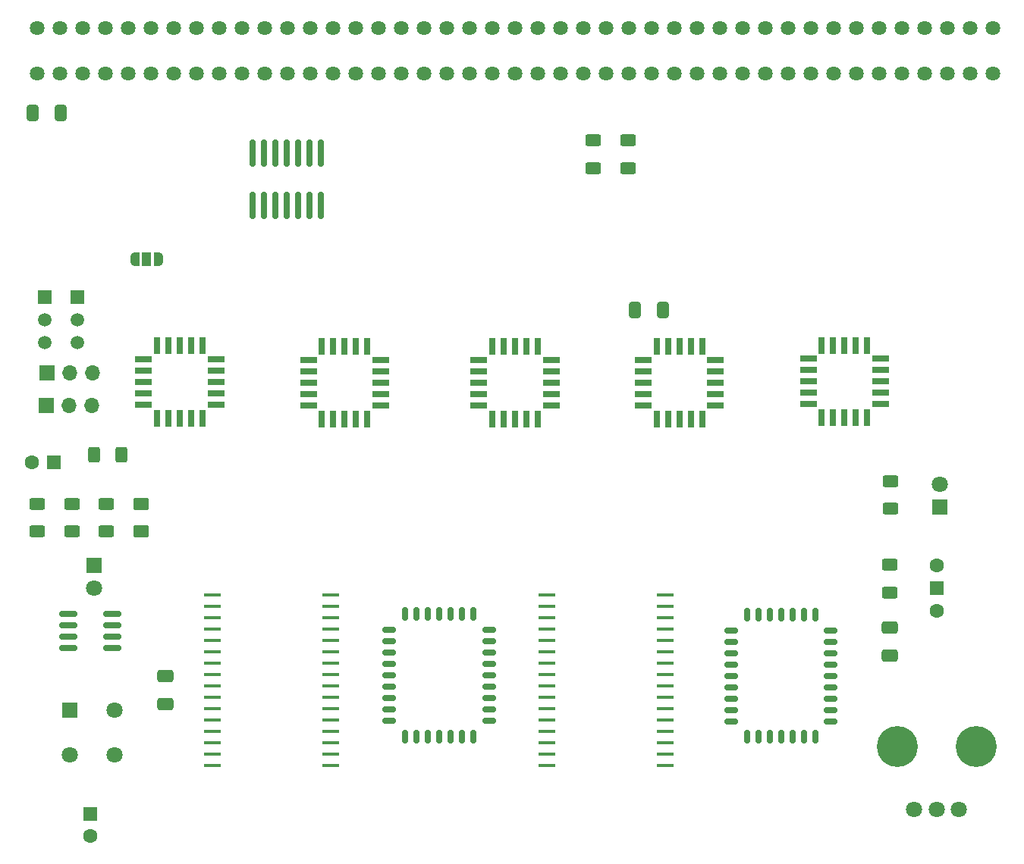
<source format=gbr>
%TF.GenerationSoftware,KiCad,Pcbnew,8.0.3*%
%TF.CreationDate,2025-02-02T16:21:55+01:00*%
%TF.ProjectId,DeMoN-Flash-J,44654d6f-4e2d-4466-9c61-73682d4a2e6b,rev?*%
%TF.SameCoordinates,Original*%
%TF.FileFunction,Soldermask,Top*%
%TF.FilePolarity,Negative*%
%FSLAX46Y46*%
G04 Gerber Fmt 4.6, Leading zero omitted, Abs format (unit mm)*
G04 Created by KiCad (PCBNEW 8.0.3) date 2025-02-02 16:21:55*
%MOMM*%
%LPD*%
G01*
G04 APERTURE LIST*
G04 Aperture macros list*
%AMRoundRect*
0 Rectangle with rounded corners*
0 $1 Rounding radius*
0 $2 $3 $4 $5 $6 $7 $8 $9 X,Y pos of 4 corners*
0 Add a 4 corners polygon primitive as box body*
4,1,4,$2,$3,$4,$5,$6,$7,$8,$9,$2,$3,0*
0 Add four circle primitives for the rounded corners*
1,1,$1+$1,$2,$3*
1,1,$1+$1,$4,$5*
1,1,$1+$1,$6,$7*
1,1,$1+$1,$8,$9*
0 Add four rect primitives between the rounded corners*
20,1,$1+$1,$2,$3,$4,$5,0*
20,1,$1+$1,$4,$5,$6,$7,0*
20,1,$1+$1,$6,$7,$8,$9,0*
20,1,$1+$1,$8,$9,$2,$3,0*%
%AMFreePoly0*
4,1,19,0.550000,-0.750000,0.000000,-0.750000,0.000000,-0.744911,-0.071157,-0.744911,-0.207708,-0.704816,-0.327430,-0.627875,-0.420627,-0.520320,-0.479746,-0.390866,-0.500000,-0.250000,-0.500000,0.250000,-0.479746,0.390866,-0.420627,0.520320,-0.327430,0.627875,-0.207708,0.704816,-0.071157,0.744911,0.000000,0.744911,0.000000,0.750000,0.550000,0.750000,0.550000,-0.750000,0.550000,-0.750000,
$1*%
%AMFreePoly1*
4,1,19,0.000000,0.744911,0.071157,0.744911,0.207708,0.704816,0.327430,0.627875,0.420627,0.520320,0.479746,0.390866,0.500000,0.250000,0.500000,-0.250000,0.479746,-0.390866,0.420627,-0.520320,0.327430,-0.627875,0.207708,-0.704816,0.071157,-0.744911,0.000000,-0.744911,0.000000,-0.750000,-0.550000,-0.750000,-0.550000,0.750000,0.000000,0.750000,0.000000,0.744911,0.000000,0.744911,
$1*%
G04 Aperture macros list end*
%ADD10R,1.500000X1.500000*%
%ADD11C,1.600000*%
%ADD12C,1.500000*%
%ADD13R,1.600000X1.600000*%
%ADD14R,1.800000X1.800000*%
%ADD15C,1.800000*%
%ADD16R,1.700000X1.700000*%
%ADD17O,1.700000X1.700000*%
%ADD18R,0.700000X1.925000*%
%ADD19R,1.925000X0.700000*%
%ADD20R,1.981000X0.457000*%
%ADD21RoundRect,0.250000X-0.625000X0.400000X-0.625000X-0.400000X0.625000X-0.400000X0.625000X0.400000X0*%
%ADD22RoundRect,0.250000X-0.650000X0.412500X-0.650000X-0.412500X0.650000X-0.412500X0.650000X0.412500X0*%
%ADD23C,1.635000*%
%ADD24RoundRect,0.250000X0.412500X0.650000X-0.412500X0.650000X-0.412500X-0.650000X0.412500X-0.650000X0*%
%ADD25RoundRect,0.150000X-0.150000X-0.587500X0.150000X-0.587500X0.150000X0.587500X-0.150000X0.587500X0*%
%ADD26RoundRect,0.150000X-0.587500X-0.150000X0.587500X-0.150000X0.587500X0.150000X-0.587500X0.150000X0*%
%ADD27RoundRect,0.150000X-0.150000X1.350000X-0.150000X-1.350000X0.150000X-1.350000X0.150000X1.350000X0*%
%ADD28C,4.575000*%
%ADD29RoundRect,0.150000X-0.825000X-0.150000X0.825000X-0.150000X0.825000X0.150000X-0.825000X0.150000X0*%
%ADD30FreePoly0,0.000000*%
%ADD31R,1.000000X1.500000*%
%ADD32FreePoly1,0.000000*%
%ADD33RoundRect,0.250001X0.624999X-0.462499X0.624999X0.462499X-0.624999X0.462499X-0.624999X-0.462499X0*%
%ADD34RoundRect,0.250000X-0.400000X-0.625000X0.400000X-0.625000X0.400000X0.625000X-0.400000X0.625000X0*%
G04 APERTURE END LIST*
D10*
%TO.C,SW2*%
X188500000Y-101690000D03*
D11*
X188500000Y-104230000D03*
X188500000Y-99150000D03*
%TD*%
D10*
%TO.C,Q2*%
X88900000Y-69200000D03*
D12*
X88900000Y-71740000D03*
X88900000Y-74280000D03*
%TD*%
D13*
%TO.C,C1*%
X94000000Y-126944888D03*
D11*
X94000000Y-129444888D03*
%TD*%
D14*
%TO.C,D2*%
X94450000Y-99225000D03*
D15*
X94450000Y-101765000D03*
%TD*%
D10*
%TO.C,Q1*%
X92600000Y-69200000D03*
D12*
X92600000Y-71740000D03*
X92600000Y-74280000D03*
%TD*%
D16*
%TO.C,JP1*%
X89128400Y-81342200D03*
D17*
X91668400Y-81342200D03*
X94208400Y-81342200D03*
%TD*%
D18*
%TO.C,U4*%
X122400000Y-74697500D03*
X121130000Y-74697500D03*
X119860000Y-74697500D03*
D19*
X118347500Y-76210000D03*
X118347500Y-77480000D03*
X118347500Y-78750000D03*
X118347500Y-80020000D03*
X118347500Y-81290000D03*
D18*
X119860000Y-82802500D03*
X121130000Y-82802500D03*
X122400000Y-82802500D03*
X123670000Y-82802500D03*
X124940000Y-82802500D03*
D19*
X126452500Y-81290000D03*
X126452500Y-80020000D03*
X126452500Y-78750000D03*
X126452500Y-77480000D03*
X126452500Y-76210000D03*
D18*
X124940000Y-74697500D03*
X123670000Y-74697500D03*
%TD*%
D14*
%TO.C,SW1*%
X91677500Y-115377500D03*
D15*
X96677500Y-115377500D03*
X91677500Y-120377500D03*
X96677500Y-120377500D03*
%TD*%
D20*
%TO.C,U8*%
X144944400Y-102475000D03*
X144944400Y-103745000D03*
X144944400Y-105015000D03*
X144944400Y-106285000D03*
X144944400Y-107555000D03*
X144944400Y-108825000D03*
X144944400Y-110095000D03*
X144944400Y-111365000D03*
X144944400Y-112635000D03*
X144944400Y-113905000D03*
X144944400Y-115175000D03*
X144944400Y-116445000D03*
X144944400Y-117715000D03*
X144944400Y-118985000D03*
X144944400Y-120255000D03*
X144944400Y-121525000D03*
X158172400Y-121525000D03*
X158172400Y-120255000D03*
X158172400Y-118985000D03*
X158172400Y-117715000D03*
X158172400Y-116445000D03*
X158172400Y-115175000D03*
X158172400Y-113905000D03*
X158172400Y-112635000D03*
X158172400Y-111365000D03*
X158172400Y-110095000D03*
X158172400Y-108825000D03*
X158172400Y-107555000D03*
X158172400Y-106285000D03*
X158172400Y-105015000D03*
X158172400Y-103745000D03*
X158172400Y-102475000D03*
%TD*%
D21*
%TO.C,R3*%
X183300000Y-89750000D03*
X183300000Y-92850000D03*
%TD*%
D22*
%TO.C,C2*%
X102400000Y-111587500D03*
X102400000Y-114712500D03*
%TD*%
D23*
%TO.C,CN1*%
X88060000Y-44200000D03*
X88060000Y-39120000D03*
X90600000Y-44200000D03*
X90600000Y-39120000D03*
X93140000Y-44200000D03*
X93140000Y-39120000D03*
X95680000Y-44200000D03*
X95680000Y-39120000D03*
X98220000Y-44200000D03*
X98220000Y-39120000D03*
X100760000Y-44200000D03*
X100760000Y-39120000D03*
X103300000Y-44200000D03*
X103300000Y-39120000D03*
X105840000Y-44200000D03*
X105840000Y-39120000D03*
X108380000Y-44200000D03*
X108380000Y-39120000D03*
X110920000Y-44200000D03*
X110920000Y-39120000D03*
X113460000Y-44200000D03*
X113460000Y-39120000D03*
X116000000Y-44200000D03*
X116000000Y-39120000D03*
X118540000Y-44200000D03*
X118540000Y-39120000D03*
X121080000Y-44200000D03*
X121080000Y-39120000D03*
X123620000Y-44200000D03*
X123620000Y-39120000D03*
X126160000Y-44200000D03*
X126160000Y-39120000D03*
X128700000Y-44200000D03*
X128700000Y-39120000D03*
X131240000Y-44200000D03*
X131240000Y-39120000D03*
X133780000Y-44200000D03*
X133780000Y-39120000D03*
X136320000Y-44200000D03*
X136320000Y-39120000D03*
X138860000Y-44200000D03*
X138860000Y-39120000D03*
X141400000Y-44200000D03*
X141400000Y-39120000D03*
X143940000Y-44200000D03*
X143940000Y-39120000D03*
X146480000Y-44200000D03*
X146480000Y-39120000D03*
X149020000Y-44200000D03*
X149020000Y-39120000D03*
X151560000Y-44200000D03*
X151560000Y-39120000D03*
X154100000Y-44200000D03*
X154100000Y-39120000D03*
X156640000Y-44200000D03*
X156640000Y-39120000D03*
X159180000Y-44200000D03*
X159180000Y-39120000D03*
X161720000Y-44200000D03*
X161720000Y-39120000D03*
X164260000Y-44200000D03*
X164260000Y-39120000D03*
X166800000Y-44200000D03*
X166800000Y-39120000D03*
X169340000Y-44200000D03*
X169340000Y-39120000D03*
X171880000Y-44200000D03*
X171880000Y-39120000D03*
X174420000Y-44200000D03*
X174420000Y-39120000D03*
X176960000Y-44200000D03*
X176960000Y-39120000D03*
X179500000Y-44200000D03*
X179500000Y-39120000D03*
X182040000Y-44200000D03*
X182040000Y-39120000D03*
X184580000Y-44200000D03*
X184580000Y-39120000D03*
X187120000Y-44200000D03*
X187120000Y-39120000D03*
X189660000Y-44200000D03*
X189660000Y-39120000D03*
X192200000Y-44200000D03*
X192200000Y-39120000D03*
X194740000Y-44200000D03*
X194740000Y-39120000D03*
%TD*%
D21*
%TO.C,R1*%
X154050000Y-51700000D03*
X154050000Y-54800000D03*
%TD*%
D24*
%TO.C,C4*%
X157912500Y-70650000D03*
X154787500Y-70650000D03*
%TD*%
D25*
%TO.C,U9*%
X171108400Y-104679700D03*
X169838400Y-104679700D03*
X168568400Y-104679700D03*
X167298400Y-104679700D03*
D26*
X165545900Y-106437200D03*
X165545900Y-107707200D03*
X165545900Y-108977200D03*
X165545900Y-110247200D03*
X165545900Y-111517200D03*
X165545900Y-112787200D03*
X165545900Y-114057200D03*
X165545900Y-115327200D03*
X165545900Y-116597200D03*
D25*
X167298400Y-118354700D03*
X168568400Y-118354700D03*
X169838400Y-118354700D03*
X171108400Y-118354700D03*
X172378400Y-118354700D03*
X173648400Y-118354700D03*
X174918400Y-118354700D03*
D26*
X176670900Y-116597200D03*
X176670900Y-115327200D03*
X176670900Y-114057200D03*
X176670900Y-112787200D03*
X176670900Y-111517200D03*
X176670900Y-110247200D03*
X176670900Y-108977200D03*
X176670900Y-107707200D03*
X176670900Y-106437200D03*
D25*
X174918400Y-104679700D03*
X173648400Y-104679700D03*
X172378400Y-104679700D03*
%TD*%
D21*
%TO.C,R6*%
X91950000Y-92300000D03*
X91950000Y-95400000D03*
%TD*%
D13*
%TO.C,C6*%
X89950000Y-87650000D03*
D11*
X87450000Y-87650000D03*
%TD*%
D18*
%TO.C,U3*%
X141400000Y-74697500D03*
X140130000Y-74697500D03*
X138860000Y-74697500D03*
D19*
X137347500Y-76210000D03*
X137347500Y-77480000D03*
X137347500Y-78750000D03*
X137347500Y-80020000D03*
X137347500Y-81290000D03*
D18*
X138860000Y-82802500D03*
X140130000Y-82802500D03*
X141400000Y-82802500D03*
X142670000Y-82802500D03*
X143940000Y-82802500D03*
D19*
X145452500Y-81290000D03*
X145452500Y-80020000D03*
X145452500Y-78750000D03*
X145452500Y-77480000D03*
X145452500Y-76210000D03*
D18*
X143940000Y-74697500D03*
X142670000Y-74697500D03*
%TD*%
D20*
%TO.C,U10*%
X107594400Y-102475000D03*
X107594400Y-103745000D03*
X107594400Y-105015000D03*
X107594400Y-106285000D03*
X107594400Y-107555000D03*
X107594400Y-108825000D03*
X107594400Y-110095000D03*
X107594400Y-111365000D03*
X107594400Y-112635000D03*
X107594400Y-113905000D03*
X107594400Y-115175000D03*
X107594400Y-116445000D03*
X107594400Y-117715000D03*
X107594400Y-118985000D03*
X107594400Y-120255000D03*
X107594400Y-121525000D03*
X120822400Y-121525000D03*
X120822400Y-120255000D03*
X120822400Y-118985000D03*
X120822400Y-117715000D03*
X120822400Y-116445000D03*
X120822400Y-115175000D03*
X120822400Y-113905000D03*
X120822400Y-112635000D03*
X120822400Y-111365000D03*
X120822400Y-110095000D03*
X120822400Y-108825000D03*
X120822400Y-107555000D03*
X120822400Y-106285000D03*
X120822400Y-105015000D03*
X120822400Y-103745000D03*
X120822400Y-102475000D03*
%TD*%
D14*
%TO.C,D1*%
X188850000Y-92700000D03*
D15*
X188850000Y-90160000D03*
%TD*%
D18*
%TO.C,U1*%
X178200000Y-74597500D03*
X176930000Y-74597500D03*
X175660000Y-74597500D03*
D19*
X174147500Y-76110000D03*
X174147500Y-77380000D03*
X174147500Y-78650000D03*
X174147500Y-79920000D03*
X174147500Y-81190000D03*
D18*
X175660000Y-82702500D03*
X176930000Y-82702500D03*
X178200000Y-82702500D03*
X179470000Y-82702500D03*
X180740000Y-82702500D03*
D19*
X182252500Y-81190000D03*
X182252500Y-79920000D03*
X182252500Y-78650000D03*
X182252500Y-77380000D03*
X182252500Y-76110000D03*
D18*
X180740000Y-74597500D03*
X179470000Y-74597500D03*
%TD*%
%TO.C,U5*%
X104000000Y-74647500D03*
X102730000Y-74647500D03*
X101460000Y-74647500D03*
D19*
X99947500Y-76160000D03*
X99947500Y-77430000D03*
X99947500Y-78700000D03*
X99947500Y-79970000D03*
X99947500Y-81240000D03*
D18*
X101460000Y-82752500D03*
X102730000Y-82752500D03*
X104000000Y-82752500D03*
X105270000Y-82752500D03*
X106540000Y-82752500D03*
D19*
X108052500Y-81240000D03*
X108052500Y-79970000D03*
X108052500Y-78700000D03*
X108052500Y-77430000D03*
X108052500Y-76160000D03*
D18*
X106540000Y-74647500D03*
X105270000Y-74647500D03*
%TD*%
D22*
%TO.C,C3*%
X183200000Y-106137500D03*
X183200000Y-109262500D03*
%TD*%
D27*
%TO.C,U6*%
X119760000Y-53100000D03*
X118490000Y-53100000D03*
X117220000Y-53100000D03*
X115950000Y-53100000D03*
X114680000Y-53100000D03*
X113410000Y-53100000D03*
X112140000Y-53100000D03*
X112140000Y-59000000D03*
X113410000Y-59000000D03*
X114680000Y-59000000D03*
X115950000Y-59000000D03*
X117220000Y-59000000D03*
X118490000Y-59000000D03*
X119760000Y-59000000D03*
%TD*%
D15*
%TO.C,VR1*%
X185958400Y-126442200D03*
X188458400Y-126442200D03*
X190958400Y-126442200D03*
D28*
X184058400Y-119442200D03*
X192858400Y-119442200D03*
%TD*%
D25*
%TO.C,U7*%
X132933400Y-104629700D03*
X131663400Y-104629700D03*
X130393400Y-104629700D03*
X129123400Y-104629700D03*
D26*
X127370900Y-106387200D03*
X127370900Y-107657200D03*
X127370900Y-108927200D03*
X127370900Y-110197200D03*
X127370900Y-111467200D03*
X127370900Y-112737200D03*
X127370900Y-114007200D03*
X127370900Y-115277200D03*
X127370900Y-116547200D03*
D25*
X129123400Y-118304700D03*
X130393400Y-118304700D03*
X131663400Y-118304700D03*
X132933400Y-118304700D03*
X134203400Y-118304700D03*
X135473400Y-118304700D03*
X136743400Y-118304700D03*
D26*
X138495900Y-116547200D03*
X138495900Y-115277200D03*
X138495900Y-114007200D03*
X138495900Y-112737200D03*
X138495900Y-111467200D03*
X138495900Y-110197200D03*
X138495900Y-108927200D03*
X138495900Y-107657200D03*
X138495900Y-106387200D03*
D25*
X136743400Y-104629700D03*
X135473400Y-104629700D03*
X134203400Y-104629700D03*
%TD*%
D29*
%TO.C,U11*%
X91525000Y-104645000D03*
X91525000Y-105915000D03*
X91525000Y-107185000D03*
X91525000Y-108455000D03*
X96475000Y-108455000D03*
X96475000Y-107185000D03*
X96475000Y-105915000D03*
X96475000Y-104645000D03*
%TD*%
D21*
%TO.C,R7*%
X88100000Y-92300000D03*
X88100000Y-95400000D03*
%TD*%
D30*
%TO.C,JP3*%
X98983400Y-65017200D03*
D31*
X100283400Y-65017200D03*
D32*
X101583400Y-65017200D03*
%TD*%
D33*
%TO.C,D3*%
X99700000Y-95337500D03*
X99700000Y-92362500D03*
%TD*%
D21*
%TO.C,R4*%
X183200000Y-99100000D03*
X183200000Y-102200000D03*
%TD*%
D16*
%TO.C,JP2*%
X89168400Y-77692200D03*
D17*
X91708400Y-77692200D03*
X94248400Y-77692200D03*
%TD*%
D21*
%TO.C,R2*%
X150150000Y-51700000D03*
X150150000Y-54800000D03*
%TD*%
D34*
%TO.C,R8*%
X94383400Y-86817200D03*
X97483400Y-86817200D03*
%TD*%
D18*
%TO.C,U2*%
X159750000Y-74697500D03*
X158480000Y-74697500D03*
X157210000Y-74697500D03*
D19*
X155697500Y-76210000D03*
X155697500Y-77480000D03*
X155697500Y-78750000D03*
X155697500Y-80020000D03*
X155697500Y-81290000D03*
D18*
X157210000Y-82802500D03*
X158480000Y-82802500D03*
X159750000Y-82802500D03*
X161020000Y-82802500D03*
X162290000Y-82802500D03*
D19*
X163802500Y-81290000D03*
X163802500Y-80020000D03*
X163802500Y-78750000D03*
X163802500Y-77480000D03*
X163802500Y-76210000D03*
D18*
X162290000Y-74697500D03*
X161020000Y-74697500D03*
%TD*%
D24*
%TO.C,C5*%
X90712500Y-48600000D03*
X87587500Y-48600000D03*
%TD*%
D21*
%TO.C,R5*%
X95750000Y-92300000D03*
X95750000Y-95400000D03*
%TD*%
M02*

</source>
